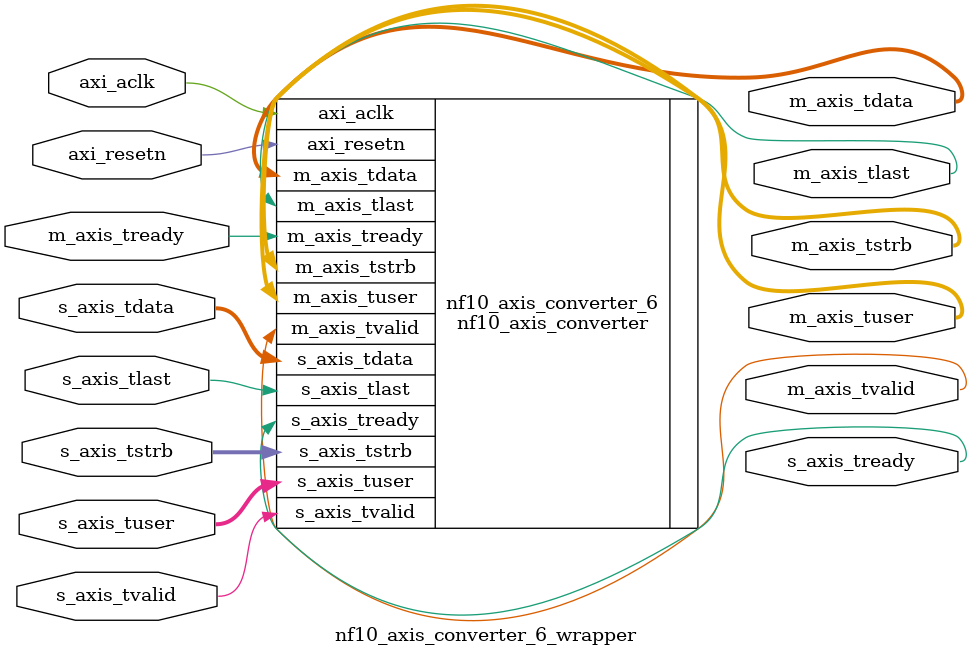
<source format=v>

module nf10_axis_converter_6_wrapper
  (
    axi_aclk,
    axi_resetn,
    m_axis_tdata,
    m_axis_tstrb,
    m_axis_tuser,
    m_axis_tvalid,
    m_axis_tready,
    m_axis_tlast,
    s_axis_tdata,
    s_axis_tstrb,
    s_axis_tuser,
    s_axis_tvalid,
    s_axis_tready,
    s_axis_tlast
  );
  input axi_aclk;
  input axi_resetn;
  output [63:0] m_axis_tdata;
  output [7:0] m_axis_tstrb;
  output [127:0] m_axis_tuser;
  output m_axis_tvalid;
  input m_axis_tready;
  output m_axis_tlast;
  input [255:0] s_axis_tdata;
  input [31:0] s_axis_tstrb;
  input [127:0] s_axis_tuser;
  input s_axis_tvalid;
  output s_axis_tready;
  input s_axis_tlast;

  nf10_axis_converter
    #(
      .C_M_AXIS_DATA_WIDTH ( 64 ),
      .C_S_AXIS_DATA_WIDTH ( 256 ),
      .C_M_AXIS_TUSER_WIDTH ( 128 ),
      .C_S_AXIS_TUSER_WIDTH ( 128 ),
      .C_LEN_WIDTH ( 16 ),
      .C_SPT_WIDTH ( 8 ),
      .C_DPT_WIDTH ( 8 ),
      .C_DEFAULT_VALUE_ENABLE ( 0 ),
      .C_DEFAULT_SRC_PORT ( 8'h00 ),
      .C_DEFAULT_DST_PORT ( 8'h00 )
    )
    nf10_axis_converter_6 (
      .axi_aclk ( axi_aclk ),
      .axi_resetn ( axi_resetn ),
      .m_axis_tdata ( m_axis_tdata ),
      .m_axis_tstrb ( m_axis_tstrb ),
      .m_axis_tuser ( m_axis_tuser ),
      .m_axis_tvalid ( m_axis_tvalid ),
      .m_axis_tready ( m_axis_tready ),
      .m_axis_tlast ( m_axis_tlast ),
      .s_axis_tdata ( s_axis_tdata ),
      .s_axis_tstrb ( s_axis_tstrb ),
      .s_axis_tuser ( s_axis_tuser ),
      .s_axis_tvalid ( s_axis_tvalid ),
      .s_axis_tready ( s_axis_tready ),
      .s_axis_tlast ( s_axis_tlast )
    );

endmodule


</source>
